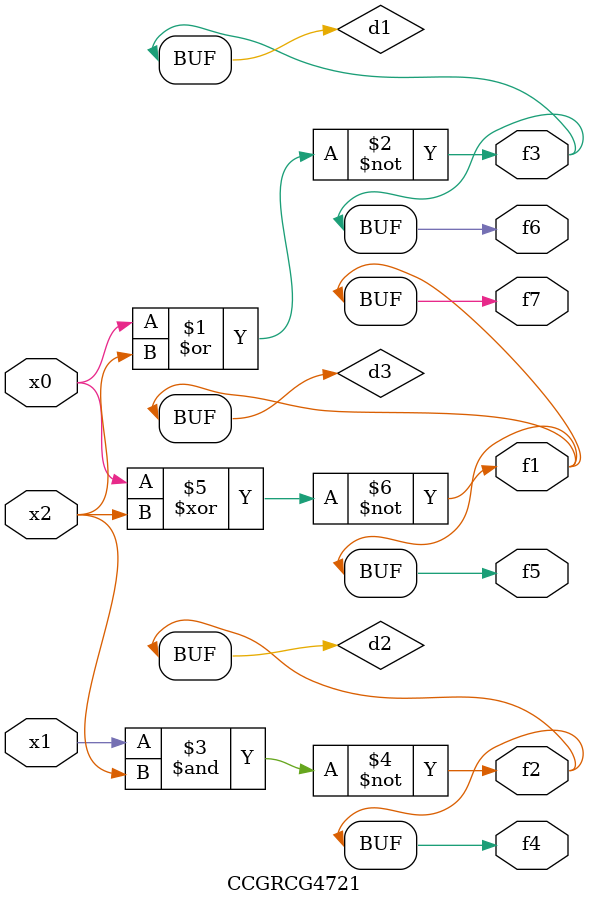
<source format=v>
module CCGRCG4721(
	input x0, x1, x2,
	output f1, f2, f3, f4, f5, f6, f7
);

	wire d1, d2, d3;

	nor (d1, x0, x2);
	nand (d2, x1, x2);
	xnor (d3, x0, x2);
	assign f1 = d3;
	assign f2 = d2;
	assign f3 = d1;
	assign f4 = d2;
	assign f5 = d3;
	assign f6 = d1;
	assign f7 = d3;
endmodule

</source>
